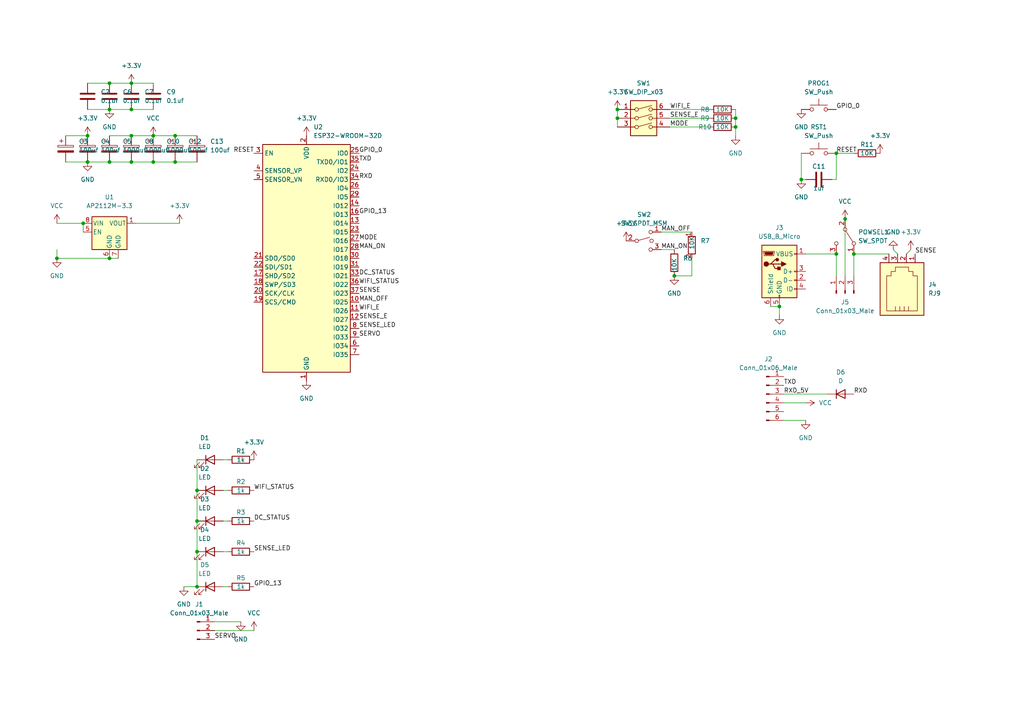
<source format=kicad_sch>
(kicad_sch (version 20211123) (generator eeschema)
  (paper "A4")
  (lib_symbols
    (symbol "Connector:Conn_01x03_Male" (pin_names (offset 1.016) hide)
      (property "Reference" "J" (at 0 5.08 0))
      (property "Value" "Conn_01x03_Male" (at 0 -5.08 0))
      (symbol "Conn_01x03_Male_1_1"
        (polyline (pts (xy 1.27 -2.54) (xy 0.8636 -2.54)) (stroke (width 0.1524)))
        (polyline (pts (xy 1.27 0) (xy 0.8636 0)) (stroke (width 0.1524)))
        (polyline (pts (xy 1.27 2.54) (xy 0.8636 2.54)) (stroke (width 0.1524)))
        (rectangle (start 0.8636 -2.413) (end 0 -2.667) (stroke (width 0.1524)) (fill (type outline)))
        (rectangle (start 0.8636 0.127) (end 0 -0.127) (stroke (width 0.1524)) (fill (type outline)))
        (rectangle (start 0.8636 2.667) (end 0 2.413) (stroke (width 0.1524)) (fill (type outline)))
        (pin passive line (at 5.08 2.54 180) (length 3.81) (name "Pin_1") (number "1"))
        (pin passive line (at 5.08 0 180) (length 3.81) (name "Pin_2") (number "2"))
        (pin passive line (at 5.08 -2.54 180) (length 3.81) (name "Pin_3") (number "3"))
      )
    )
    (symbol "Connector:Conn_01x06_Male" (pin_names (offset 1.016) hide)
      (property "Reference" "J" (at 0 7.62 0))
      (property "Value" "Conn_01x06_Male" (at 0 -10.16 0))
      (symbol "Conn_01x06_Male_1_1"
        (polyline (pts (xy 1.27 -7.62) (xy 0.8636 -7.62)) (stroke (width 0.1524)))
        (polyline (pts (xy 1.27 -5.08) (xy 0.8636 -5.08)) (stroke (width 0.1524)))
        (polyline (pts (xy 1.27 -2.54) (xy 0.8636 -2.54)) (stroke (width 0.1524)))
        (polyline (pts (xy 1.27 0) (xy 0.8636 0)) (stroke (width 0.1524)))
        (polyline (pts (xy 1.27 2.54) (xy 0.8636 2.54)) (stroke (width 0.1524)))
        (polyline (pts (xy 1.27 5.08) (xy 0.8636 5.08)) (stroke (width 0.1524)))
        (rectangle (start 0.8636 -7.493) (end 0 -7.747) (stroke (width 0.1524)) (fill (type outline)))
        (rectangle (start 0.8636 -4.953) (end 0 -5.207) (stroke (width 0.1524)) (fill (type outline)))
        (rectangle (start 0.8636 -2.413) (end 0 -2.667) (stroke (width 0.1524)) (fill (type outline)))
        (rectangle (start 0.8636 0.127) (end 0 -0.127) (stroke (width 0.1524)) (fill (type outline)))
        (rectangle (start 0.8636 2.667) (end 0 2.413) (stroke (width 0.1524)) (fill (type outline)))
        (rectangle (start 0.8636 5.207) (end 0 4.953) (stroke (width 0.1524)) (fill (type outline)))
        (pin passive line (at 5.08 5.08 180) (length 3.81) (name "Pin_1") (number "1"))
        (pin passive line (at 5.08 2.54 180) (length 3.81) (name "Pin_2") (number "2"))
        (pin passive line (at 5.08 0 180) (length 3.81) (name "Pin_3") (number "3"))
        (pin passive line (at 5.08 -2.54 180) (length 3.81) (name "Pin_4") (number "4"))
        (pin passive line (at 5.08 -5.08 180) (length 3.81) (name "Pin_5") (number "5"))
        (pin passive line (at 5.08 -7.62 180) (length 3.81) (name "Pin_6") (number "6"))
      )
    )
    (symbol "Connector:RJ9" (pin_names (offset 1.016))
      (property "Reference" "J" (at -5.08 8.89 0))
      (property "Value" "RJ9" (at 2.54 8.89 0))
      (symbol "RJ9_0_1"
        (polyline (pts (xy -6.35 -0.635) (xy -5.08 -0.635) (xy -5.08 -0.635)))
        (polyline (pts (xy -6.35 0.635) (xy -5.08 0.635) (xy -5.08 0.635)))
        (polyline (pts (xy -6.35 1.905) (xy -5.08 1.905) (xy -5.08 1.905)))
        (polyline (pts (xy -6.35 3.175) (xy -5.08 3.175) (xy -5.08 3.175)))
        (polyline (pts (xy -6.35 -3.175) (xy -6.35 5.715) (xy -1.27 5.715) (xy 3.81 5.715) (xy 3.81 4.445) (xy 5.08 4.445) (xy 5.08 3.175) (xy 6.35 3.175) (xy 6.35 -0.635) (xy 5.08 -0.635) (xy 5.08 -1.905) (xy 3.81 -1.905) (xy 3.81 -3.175) (xy -6.35 -3.175) (xy -6.35 -3.175)))
        (rectangle (start 7.62 7.62) (end -7.62 -5.08) (stroke (width 0.254)) (fill (type background)))
      )
      (symbol "RJ9_1_1"
        (pin passive line (at 10.16 -2.54 180) (length 2.54) (name "~") (number "1"))
        (pin passive line (at 10.16 0 180) (length 2.54) (name "~") (number "2"))
        (pin passive line (at 10.16 2.54 180) (length 2.54) (name "~") (number "3"))
        (pin passive line (at 10.16 5.08 180) (length 2.54) (name "~") (number "4"))
      )
    )
    (symbol "Connector:USB_B_Micro" (pin_names (offset 1.016))
      (property "Reference" "J" (at -5.08 11.43 0))
      (property "Value" "USB_B_Micro" (at -5.08 8.89 0))
      (symbol "USB_B_Micro_0_1"
        (rectangle (start -5.08 -7.62) (end 5.08 7.62) (stroke (width 0.254)) (fill (type background)))
        (circle (center -3.81 2.159) (radius 0.635) (stroke (width 0.254)) (fill (type outline)))
        (circle (center -0.635 3.429) (radius 0.381) (stroke (width 0.254)) (fill (type outline)))
        (rectangle (start -0.127 -7.62) (end 0.127 -6.858))
        (polyline (pts (xy -1.905 2.159) (xy 0.635 2.159)) (stroke (width 0.254)))
        (polyline (pts (xy -3.175 2.159) (xy -2.54 2.159) (xy -1.27 3.429) (xy -0.635 3.429)) (stroke (width 0.254)))
        (polyline (pts (xy -2.54 2.159) (xy -1.905 2.159) (xy -1.27 0.889) (xy 0 0.889)) (stroke (width 0.254)))
        (polyline (pts (xy 0.635 2.794) (xy 0.635 1.524) (xy 1.905 2.159) (xy 0.635 2.794)) (stroke (width 0.254)) (fill (type outline)))
        (polyline (pts (xy -4.318 5.588) (xy -1.778 5.588) (xy -2.032 4.826) (xy -4.064 4.826) (xy -4.318 5.588)) (fill (type outline)))
        (polyline (pts (xy -4.699 5.842) (xy -4.699 5.588) (xy -4.445 4.826) (xy -4.445 4.572) (xy -1.651 4.572) (xy -1.651 4.826) (xy -1.397 5.588) (xy -1.397 5.842) (xy -4.699 5.842)))
        (rectangle (start 0.254 1.27) (end -0.508 0.508) (stroke (width 0.254)) (fill (type outline)))
        (rectangle (start 5.08 -5.207) (end 4.318 -4.953))
        (rectangle (start 5.08 -2.667) (end 4.318 -2.413))
        (rectangle (start 5.08 -0.127) (end 4.318 0.127))
        (rectangle (start 5.08 4.953) (end 4.318 5.207))
      )
      (symbol "USB_B_Micro_1_1"
        (pin power_out line (at 7.62 5.08 180) (length 2.54) (name "VBUS") (number "1"))
        (pin bidirectional line (at 7.62 -2.54 180) (length 2.54) (name "D-") (number "2"))
        (pin bidirectional line (at 7.62 0 180) (length 2.54) (name "D+") (number "3"))
        (pin passive line (at 7.62 -5.08 180) (length 2.54) (name "ID") (number "4"))
        (pin power_out line (at 0 -10.16 90) (length 2.54) (name "GND") (number "5"))
        (pin passive line (at -2.54 -10.16 90) (length 2.54) (name "Shield") (number "6"))
      )
    )
    (symbol "Device:C" (pin_numbers hide) (pin_names (offset 0.254))
      (property "Reference" "C" (at 0.635 2.54 0))
      (property "Value" "C" (at 0.635 -2.54 0))
      (symbol "C_0_1"
        (polyline (pts (xy -2.032 -0.762) (xy 2.032 -0.762)) (stroke (width 0.508)))
        (polyline (pts (xy -2.032 0.762) (xy 2.032 0.762)) (stroke (width 0.508)))
      )
      (symbol "C_1_1"
        (pin passive line (at 0 3.81 270) (length 2.794) (name "~") (number "1"))
        (pin passive line (at 0 -3.81 90) (length 2.794) (name "~") (number "2"))
      )
    )
    (symbol "Device:C_Polarized" (pin_numbers hide) (pin_names (offset 0.254))
      (property "Reference" "C" (at 0.635 2.54 0))
      (property "Value" "C_Polarized" (at 0.635 -2.54 0))
      (symbol "C_Polarized_0_1"
        (rectangle (start -2.286 0.508) (end 2.286 1.016))
        (polyline (pts (xy -1.778 2.286) (xy -0.762 2.286)))
        (polyline (pts (xy -1.27 2.794) (xy -1.27 1.778)))
        (rectangle (start 2.286 -0.508) (end -2.286 -1.016) (fill (type outline)))
      )
      (symbol "C_Polarized_1_1"
        (pin passive line (at 0 3.81 270) (length 2.794) (name "~") (number "1"))
        (pin passive line (at 0 -3.81 90) (length 2.794) (name "~") (number "2"))
      )
    )
    (symbol "Device:D" (pin_numbers hide) (pin_names (offset 1.016) hide)
      (property "Reference" "D" (at 0 2.54 0))
      (property "Value" "D" (at 0 -2.54 0))
      (symbol "D_0_1"
        (polyline (pts (xy -1.27 1.27) (xy -1.27 -1.27)) (stroke (width 0.254)))
        (polyline (pts (xy 1.27 0) (xy -1.27 0)))
        (polyline (pts (xy 1.27 1.27) (xy 1.27 -1.27) (xy -1.27 0) (xy 1.27 1.27)) (stroke (width 0.254)))
      )
      (symbol "D_1_1"
        (pin passive line (at -3.81 0 0) (length 2.54) (name "K") (number "1"))
        (pin passive line (at 3.81 0 180) (length 2.54) (name "A") (number "2"))
      )
    )
    (symbol "Device:LED" (pin_numbers hide) (pin_names (offset 1.016) hide)
      (property "Reference" "D" (at 0 2.54 0))
      (property "Value" "LED" (at 0 -2.54 0))
      (symbol "LED_0_1"
        (polyline (pts (xy -1.27 -1.27) (xy -1.27 1.27)) (stroke (width 0.254)))
        (polyline (pts (xy -1.27 0) (xy 1.27 0)))
        (polyline (pts (xy 1.27 -1.27) (xy 1.27 1.27) (xy -1.27 0) (xy 1.27 -1.27)) (stroke (width 0.254)))
        (polyline (pts (xy -3.048 -0.762) (xy -4.572 -2.286) (xy -3.81 -2.286) (xy -4.572 -2.286) (xy -4.572 -1.524)))
        (polyline (pts (xy -1.778 -0.762) (xy -3.302 -2.286) (xy -2.54 -2.286) (xy -3.302 -2.286) (xy -3.302 -1.524)))
      )
      (symbol "LED_1_1"
        (pin passive line (at -3.81 0 0) (length 2.54) (name "K") (number "1"))
        (pin passive line (at 3.81 0 180) (length 2.54) (name "A") (number "2"))
      )
    )
    (symbol "Device:R" (pin_numbers hide) (pin_names (offset 0))
      (property "Reference" "R" (at 2.032 0 90))
      (property "Value" "R" (at 0 0 90))
      (symbol "R_0_1"
        (rectangle (start -1.016 -2.54) (end 1.016 2.54) (stroke (width 0.254)))
      )
      (symbol "R_1_1"
        (pin passive line (at 0 3.81 270) (length 1.27) (name "~") (number "1"))
        (pin passive line (at 0 -3.81 90) (length 1.27) (name "~") (number "2"))
      )
    )
    (symbol "RF_Module:ESP32-WROOM-32D"
      (property "Reference" "U" (at -12.7 34.29 0))
      (property "Value" "ESP32-WROOM-32D" (at 1.27 34.29 0))
      (symbol "ESP32-WROOM-32D_0_1"
        (rectangle (start -12.7 33.02) (end 12.7 -33.02) (stroke (width 0.254)) (fill (type background)))
      )
      (symbol "ESP32-WROOM-32D_1_1"
        (pin power_in line (at 0 -35.56 90) (length 2.54) (name "GND") (number "1"))
        (pin bidirectional line (at 15.24 -12.7 180) (length 2.54) (name "IO25") (number "10"))
        (pin bidirectional line (at 15.24 -15.24 180) (length 2.54) (name "IO26") (number "11"))
        (pin bidirectional line (at 15.24 -17.78 180) (length 2.54) (name "IO27") (number "12"))
        (pin bidirectional line (at 15.24 10.16 180) (length 2.54) (name "IO14") (number "13"))
        (pin bidirectional line (at 15.24 15.24 180) (length 2.54) (name "IO12") (number "14"))
        (pin passive line (at 0 -35.56 90) (length 2.54) hide (name "GND") (number "15"))
        (pin bidirectional line (at 15.24 12.7 180) (length 2.54) (name "IO13") (number "16"))
        (pin bidirectional line (at -15.24 -5.08 0) (length 2.54) (name "SHD/SD2") (number "17"))
        (pin bidirectional line (at -15.24 -7.62 0) (length 2.54) (name "SWP/SD3") (number "18"))
        (pin bidirectional line (at -15.24 -12.7 0) (length 2.54) (name "SCS/CMD") (number "19"))
        (pin power_in line (at 0 35.56 270) (length 2.54) (name "VDD") (number "2"))
        (pin bidirectional line (at -15.24 -10.16 0) (length 2.54) (name "SCK/CLK") (number "20"))
        (pin bidirectional line (at -15.24 0 0) (length 2.54) (name "SDO/SD0") (number "21"))
        (pin bidirectional line (at -15.24 -2.54 0) (length 2.54) (name "SDI/SD1") (number "22"))
        (pin bidirectional line (at 15.24 7.62 180) (length 2.54) (name "IO15") (number "23"))
        (pin bidirectional line (at 15.24 25.4 180) (length 2.54) (name "IO2") (number "24"))
        (pin bidirectional line (at 15.24 30.48 180) (length 2.54) (name "IO0") (number "25"))
        (pin bidirectional line (at 15.24 20.32 180) (length 2.54) (name "IO4") (number "26"))
        (pin bidirectional line (at 15.24 5.08 180) (length 2.54) (name "IO16") (number "27"))
        (pin bidirectional line (at 15.24 2.54 180) (length 2.54) (name "IO17") (number "28"))
        (pin bidirectional line (at 15.24 17.78 180) (length 2.54) (name "IO5") (number "29"))
        (pin input line (at -15.24 30.48 0) (length 2.54) (name "EN") (number "3"))
        (pin bidirectional line (at 15.24 0 180) (length 2.54) (name "IO18") (number "30"))
        (pin bidirectional line (at 15.24 -2.54 180) (length 2.54) (name "IO19") (number "31"))
        (pin no_connect line (at -12.7 -27.94 0) (length 2.54) hide (name "NC") (number "32"))
        (pin bidirectional line (at 15.24 -5.08 180) (length 2.54) (name "IO21") (number "33"))
        (pin bidirectional line (at 15.24 22.86 180) (length 2.54) (name "RXD0/IO3") (number "34"))
        (pin bidirectional line (at 15.24 27.94 180) (length 2.54) (name "TXD0/IO1") (number "35"))
        (pin bidirectional line (at 15.24 -7.62 180) (length 2.54) (name "IO22") (number "36"))
        (pin bidirectional line (at 15.24 -10.16 180) (length 2.54) (name "IO23") (number "37"))
        (pin passive line (at 0 -35.56 90) (length 2.54) hide (name "GND") (number "38"))
        (pin passive line (at 0 -35.56 90) (length 2.54) hide (name "GND") (number "39"))
        (pin input line (at -15.24 25.4 0) (length 2.54) (name "SENSOR_VP") (number "4"))
        (pin input line (at -15.24 22.86 0) (length 2.54) (name "SENSOR_VN") (number "5"))
        (pin input line (at 15.24 -25.4 180) (length 2.54) (name "IO34") (number "6"))
        (pin input line (at 15.24 -27.94 180) (length 2.54) (name "IO35") (number "7"))
        (pin bidirectional line (at 15.24 -20.32 180) (length 2.54) (name "IO32") (number "8"))
        (pin bidirectional line (at 15.24 -22.86 180) (length 2.54) (name "IO33") (number "9"))
      )
    )
    (symbol "R_1" (pin_names (offset 0))
      (property "Reference" "R" (at 2.032 0 90))
      (property "Value" "R_1" (at 0 0 90))
      (symbol "R_1_0_1"
        (rectangle (start -1.016 -2.54) (end 1.016 2.54) (stroke (width 0.254)))
      )
      (symbol "R_1_1_1"
        (pin passive line (at 0 3.81 270) (length 1.27) (name "~") (number "1"))
        (pin passive line (at 0 -3.81 90) (length 1.27) (name "~") (number "2"))
      )
    )
    (symbol "Regulator_Linear:AP2112K-3.3" (pin_names (offset 0.254))
      (property "Reference" "U?" (at 0 10.16 0))
      (property "Value" "AP2112M-3.3" (at 0 7.62 0))
      (symbol "AP2112K-3.3_0_1"
        (rectangle (start -5.08 4.445) (end 5.08 -5.08) (stroke (width 0.254)) (fill (type background)))
      )
      (symbol "AP2112K-3.3_1_1"
        (pin power_out line (at 7.62 2.54 180) (length 2.54) (name "VOUT") (number "1"))
        (pin no_connect line (at 5.08 0 180) (length 2.54) hide (name "NC") (number "4"))
        (pin input line (at -7.62 0 0) (length 2.54) (name "EN") (number "5"))
        (pin power_in line (at 0 -7.62 90) (length 2.54) (name "GND") (number "6"))
        (pin power_in line (at 2.54 -7.62 90) (length 2.54) (name "GND") (number "7"))
        (pin power_in line (at -7.62 2.54 0) (length 2.54) (name "VIN") (number "8"))
      )
    )
    (symbol "Switch:SW_DIP_x03" (pin_names (offset 0) hide)
      (property "Reference" "SW" (at 0 8.89 0))
      (property "Value" "SW_DIP_x03" (at 0 -3.81 0))
      (symbol "SW_DIP_x03_0_0"
        (circle (center -2.032 0) (radius 0.508))
        (circle (center -2.032 2.54) (radius 0.508))
        (circle (center -2.032 5.08) (radius 0.508))
        (polyline (pts (xy -1.524 0.127) (xy 2.3622 1.1684)))
        (polyline (pts (xy -1.524 2.667) (xy 2.3622 3.7084)))
        (polyline (pts (xy -1.524 5.207) (xy 2.3622 6.2484)))
        (circle (center 2.032 0) (radius 0.508))
        (circle (center 2.032 2.54) (radius 0.508))
        (circle (center 2.032 5.08) (radius 0.508))
      )
      (symbol "SW_DIP_x03_0_1"
        (rectangle (start -3.81 7.62) (end 3.81 -2.54) (stroke (width 0.254)) (fill (type background)))
      )
      (symbol "SW_DIP_x03_1_1"
        (pin passive line (at -7.62 5.08 0) (length 5.08) (name "~") (number "1"))
        (pin passive line (at -7.62 2.54 0) (length 5.08) (name "~") (number "2"))
        (pin passive line (at -7.62 0 0) (length 5.08) (name "~") (number "3"))
        (pin passive line (at 7.62 0 180) (length 5.08) (name "~") (number "4"))
        (pin passive line (at 7.62 2.54 180) (length 5.08) (name "~") (number "5"))
        (pin passive line (at 7.62 5.08 180) (length 5.08) (name "~") (number "6"))
      )
    )
    (symbol "Switch:SW_Push" (pin_numbers hide) (pin_names (offset 1.016) hide)
      (property "Reference" "SW" (at 1.27 2.54 0))
      (property "Value" "SW_Push" (at 0 -1.524 0))
      (symbol "SW_Push_0_1"
        (circle (center -2.032 0) (radius 0.508))
        (polyline (pts (xy 0 1.27) (xy 0 3.048)))
        (polyline (pts (xy 2.54 1.27) (xy -2.54 1.27)))
        (circle (center 2.032 0) (radius 0.508))
        (pin passive line (at -5.08 0 0) (length 2.54) (name "1") (number "1"))
        (pin passive line (at 5.08 0 180) (length 2.54) (name "2") (number "2"))
      )
    )
    (symbol "Switch:SW_SPDT" (pin_names (offset 0) hide)
      (property "Reference" "SW" (at 0 4.318 0))
      (property "Value" "SW_SPDT" (at 0 -5.08 0))
      (symbol "SW_SPDT_0_0"
        (circle (center -2.032 0) (radius 0.508))
        (circle (center 2.032 -2.54) (radius 0.508))
      )
      (symbol "SW_SPDT_0_1"
        (polyline (pts (xy -1.524 0.254) (xy 1.651 2.286)))
        (circle (center 2.032 2.54) (radius 0.508))
      )
      (symbol "SW_SPDT_1_1"
        (pin passive line (at 5.08 2.54 180) (length 2.54) (name "A") (number "1"))
        (pin passive line (at -5.08 0 0) (length 2.54) (name "B") (number "2"))
        (pin passive line (at 5.08 -2.54 180) (length 2.54) (name "C") (number "3"))
      )
    )
    (symbol "Switch:SW_SPDT_MSM" (pin_names (offset 0) hide)
      (property "Reference" "SW" (at 0 5.08 0))
      (property "Value" "SW_SPDT_MSM" (at 0 -5.08 0))
      (symbol "SW_SPDT_MSM_0_0"
        (circle (center -2.032 0) (radius 0.508))
        (polyline (pts (xy -1.524 0.127) (xy 1.778 1.016)))
        (circle (center 2.032 -2.54) (radius 0.508))
      )
      (symbol "SW_SPDT_MSM_0_1"
        (circle (center 2.032 2.54) (radius 0.508))
        (circle (center 2.286 0) (radius 0.508))
      )
      (symbol "SW_SPDT_MSM_1_1"
        (pin passive line (at 5.08 2.54 180) (length 2.54) (name "1") (number "1"))
        (pin passive line (at -5.08 0 0) (length 2.54) (name "2") (number "2"))
        (pin passive line (at 5.08 -2.54 180) (length 2.54) (name "3") (number "3"))
      )
    )
    (symbol "power:+3.3V" (power) (pin_names (offset 0))
      (property "Value" "+3.3V" (at 0 3.556 0))
      (symbol "+3.3V_0_1"
        (polyline (pts (xy -0.762 1.27) (xy 0 2.54)))
        (polyline (pts (xy 0 0) (xy 0 2.54)))
        (polyline (pts (xy 0 2.54) (xy 0.762 1.27)))
      )
      (symbol "+3.3V_1_1"
        (pin power_in line (at 0 0 90) (length 0) hide (name "+3.3V") (number "1"))
      )
    )
    (symbol "power:GND" (power) (pin_names (offset 0))
      (property "Value" "GND" (at 0 -3.81 0))
      (symbol "GND_0_1"
        (polyline (pts (xy 0 0) (xy 0 -1.27) (xy 1.27 -1.27) (xy 0 -2.54) (xy -1.27 -1.27) (xy 0 -1.27)))
      )
      (symbol "GND_1_1"
        (pin power_in line (at 0 0 270) (length 0) hide (name "GND") (number "1"))
      )
    )
    (symbol "power:VCC" (power) (pin_names (offset 0))
      (property "Value" "VCC" (at 0 3.81 0))
      (symbol "VCC_0_1"
        (polyline (pts (xy -0.762 1.27) (xy 0 2.54)))
        (polyline (pts (xy 0 0) (xy 0 2.54)))
        (polyline (pts (xy 0 2.54) (xy 0.762 1.27)))
      )
      (symbol "VCC_1_1"
        (pin power_in line (at 0 0 90) (length 0) hide (name "VCC") (number "1"))
      )
    )
  )
  (junction (at 31.75 31.75))
  (junction (at 57.15 142.24))
  (junction (at 50.8 39.37))
  (junction (at 57.15 151.13))
  (junction (at 31.75 24.13))
  (junction (at 245.11 63.5))
  (junction (at 195.58 80.01))
  (junction (at 24.13 64.77))
  (junction (at 57.15 170.18))
  (junction (at 25.4 39.37))
  (junction (at 38.1 31.75))
  (junction (at 44.45 46.99))
  (junction (at 247.65 73.66))
  (junction (at 31.75 46.99))
  (junction (at 232.41 52.07))
  (junction (at 38.1 46.99))
  (junction (at 31.75 74.93))
  (junction (at 242.57 73.66))
  (junction (at 179.07 34.29))
  (junction (at 213.36 36.83))
  (junction (at 38.1 39.37))
  (junction (at 213.36 34.29))
  (junction (at 44.45 39.37))
  (junction (at 50.8 46.99))
  (junction (at 38.1 24.13))
  (junction (at 226.06 88.9))
  (junction (at 242.57 44.45))
  (junction (at 57.15 160.02))
  (junction (at 25.4 46.99))
  (junction (at 179.07 31.75))
  (junction (at 16.51 74.93))
  (wire (pts (xy 38.1 39.37) (xy 44.45 39.37)))
  (wire (pts (xy 223.52 88.9) (xy 226.06 88.9)))
  (wire (pts (xy 25.4 46.99) (xy 31.75 46.99)))
  (wire (pts (xy 264.16 72.39) (xy 262.89 73.66)))
  (wire (pts (xy 247.65 73.66) (xy 257.81 73.66)))
  (wire (pts (xy 191.77 72.39) (xy 195.58 72.39)))
  (wire (pts (xy 19.05 46.99) (xy 25.4 46.99)))
  (wire (pts (xy 25.4 31.75) (xy 31.75 31.75)))
  (wire (pts (xy 64.77 170.18) (xy 66.04 170.18)))
  (wire (pts (xy 227.33 121.92) (xy 233.68 121.92)))
  (wire (pts (xy 44.45 39.37) (xy 50.8 39.37)))
  (wire (pts (xy 38.1 24.13) (xy 44.45 24.13)))
  (wire (pts (xy 64.77 133.35) (xy 66.04 133.35)))
  (wire (pts (xy 179.07 34.29) (xy 179.07 36.83)))
  (wire (pts (xy 25.4 24.13) (xy 31.75 24.13)))
  (wire (pts (xy 245.11 63.5) (xy 245.11 80.01)))
  (wire (pts (xy 16.51 64.77) (xy 24.13 64.77)))
  (wire (pts (xy 31.75 39.37) (xy 38.1 39.37)))
  (wire (pts (xy 24.13 64.77) (xy 24.13 67.31)))
  (wire (pts (xy 195.58 80.01) (xy 200.66 80.01)))
  (wire (pts (xy 31.75 46.99) (xy 38.1 46.99)))
  (wire (pts (xy 232.41 44.45) (xy 232.41 52.07)))
  (wire (pts (xy 64.77 160.02) (xy 66.04 160.02)))
  (wire (pts (xy 213.36 34.29) (xy 213.36 36.83)))
  (wire (pts (xy 194.31 31.75) (xy 205.74 31.75)))
  (wire (pts (xy 232.41 52.07) (xy 233.68 52.07)))
  (wire (pts (xy 227.33 116.84) (xy 233.68 116.84)))
  (wire (pts (xy 16.51 72.39) (xy 16.51 74.93)))
  (wire (pts (xy 62.23 180.34) (xy 69.85 180.34)))
  (wire (pts (xy 227.33 114.3) (xy 240.03 114.3)))
  (wire (pts (xy 213.36 36.83) (xy 213.36 39.37)))
  (wire (pts (xy 57.15 133.35) (xy 57.15 142.24)))
  (wire (pts (xy 62.23 182.88) (xy 73.66 182.88)))
  (wire (pts (xy 57.15 142.24) (xy 57.15 151.13)))
  (wire (pts (xy 57.15 151.13) (xy 57.15 160.02)))
  (wire (pts (xy 16.51 74.93) (xy 31.75 74.93)))
  (wire (pts (xy 39.37 64.77) (xy 52.07 64.77)))
  (wire (pts (xy 194.31 34.29) (xy 205.74 34.29)))
  (wire (pts (xy 53.34 170.18) (xy 57.15 170.18)))
  (wire (pts (xy 57.15 160.02) (xy 57.15 170.18)))
  (wire (pts (xy 242.57 44.45) (xy 247.65 44.45)))
  (wire (pts (xy 64.77 151.13) (xy 66.04 151.13)))
  (wire (pts (xy 44.45 46.99) (xy 50.8 46.99)))
  (wire (pts (xy 31.75 31.75) (xy 38.1 31.75)))
  (wire (pts (xy 64.77 142.24) (xy 66.04 142.24)))
  (wire (pts (xy 38.1 31.75) (xy 44.45 31.75)))
  (wire (pts (xy 50.8 46.99) (xy 57.15 46.99)))
  (wire (pts (xy 191.77 67.31) (xy 200.66 67.31)))
  (wire (pts (xy 200.66 80.01) (xy 200.66 74.93)))
  (wire (pts (xy 194.31 36.83) (xy 205.74 36.83)))
  (wire (pts (xy 233.68 73.66) (xy 242.57 73.66)))
  (wire (pts (xy 226.06 88.9) (xy 226.06 91.44)))
  (wire (pts (xy 213.36 31.75) (xy 213.36 34.29)))
  (wire (pts (xy 247.65 73.66) (xy 247.65 80.01)))
  (wire (pts (xy 50.8 39.37) (xy 57.15 39.37)))
  (wire (pts (xy 31.75 24.13) (xy 38.1 24.13)))
  (wire (pts (xy 259.08 72.39) (xy 260.35 73.66)))
  (wire (pts (xy 38.1 46.99) (xy 44.45 46.99)))
  (wire (pts (xy 242.57 73.66) (xy 242.57 80.01)))
  (wire (pts (xy 179.07 31.75) (xy 179.07 34.29)))
  (wire (pts (xy 242.57 52.07) (xy 242.57 44.45)))
  (wire (pts (xy 31.75 74.93) (xy 34.29 74.93)))
  (wire (pts (xy 19.05 39.37) (xy 25.4 39.37)))
  (wire (pts (xy 241.3 52.07) (xy 242.57 52.07)))
  (label "RESET" (at 242.57 44.45 0))
  (label "GPIO_13" (at 73.66 170.18 0))
  (label "SENSE_E" (at 104.14 92.71 0))
  (label "MODE" (at 194.31 36.83 0))
  (label "TXD" (at 104.14 46.99 0))
  (label "WIFI_E" (at 194.31 31.75 0))
  (label "WIFI_STATUS" (at 104.14 82.55 0))
  (label "GPIO_0" (at 242.57 31.75 0))
  (label "TXD" (at 227.33 111.76 0))
  (label "RXD" (at 247.65 114.3 0))
  (label "SENSE_E" (at 194.31 34.29 0))
  (label "SERVO" (at 104.14 97.79 0))
  (label "RESET" (at 73.66 44.45 180))
  (label "RXD_5V" (at 227.33 114.3 0))
  (label "SENSE" (at 104.14 85.09 0))
  (label "MAN_OFF" (at 191.77 67.31 0))
  (label "WIFI_STATUS" (at 73.66 142.24 0))
  (label "SENSE" (at 265.43 73.66 0))
  (label "MODE" (at 104.14 69.85 0))
  (label "GPIO_0" (at 104.14 44.45 0))
  (label "DC_STATUS" (at 104.14 80.01 0))
  (label "GPIO_13" (at 104.14 62.23 0))
  (label "MAN_ON" (at 191.77 72.39 0))
  (label "MAN_ON" (at 104.14 72.39 0))
  (label "SENSE_LED" (at 73.66 160.02 0))
  (label "MAN_OFF" (at 104.14 87.63 0))
  (label "WIFI_E" (at 104.14 90.17 0))
  (label "SENSE_LED" (at 104.14 95.25 0))
  (label "RXD" (at 104.14 52.07 0))
  (label "DC_STATUS" (at 73.66 151.13 0))
  (label "SERVO" (at 62.23 185.42 0))
  (symbol (lib_id "power:GND") (at 31.75 31.75 0) (unit 1)
    (property "Reference" "#PWR0109" (effects hide))
    (property "Value" "GND" (at 31.75 36.83 0))
  )
  (symbol (lib_id "Device:C") (at 25.4 27.94 0) (unit 1)
    (property "Reference" "C2" (at 29.21 26.6699 0) (effects (justify left)))
    (property "Value" "0.1uf" (at 29.21 29.2099 0) (effects (justify left)))
    (property "Footprint" "Capacitor_SMD:C_1206_3216Metric_Pad1.33x1.80mm_HandSolder" (effects hide))
  )
  (symbol (lib_id "Device:R") (at 251.46 44.45 90) (unit 1)
    (property "Reference" "R11" (at 251.46 41.91 90))
    (property "Value" "10K" (at 251.46 44.45 90))
    (property "Footprint" "Resistor_SMD:R_1206_3216Metric_Pad1.30x1.75mm_HandSolder" (effects hide))
  )
  (symbol (lib_id "Device:LED") (at 60.96 170.18 0) (unit 1)
    (property "Reference" "D5" (at 59.3725 163.83 0))
    (property "Value" "LED" (at 59.3725 166.37 0))
    (property "Footprint" "LED_SMD:LED_1206_3216Metric_Pad1.42x1.75mm_HandSolder" (effects hide))
  )
  (symbol (lib_id "Switch:SW_Push") (at 237.49 31.75 0) (unit 1)
    (property "Reference" "PROG1" (at 237.49 24.13 0))
    (property "Value" "SW_Push" (at 237.49 26.67 0))
    (property "Footprint" "projectLib:pb" (effects hide))
  )
  (symbol (lib_id "power:GND") (at 213.36 39.37 0) (unit 1)
    (property "Reference" "#PWR0107" (effects hide))
    (property "Value" "GND" (at 213.36 44.45 0))
  )
  (symbol (lib_id "Device:C") (at 38.1 27.94 0) (unit 1)
    (property "Reference" "C7" (at 41.91 26.6699 0) (effects (justify left)))
    (property "Value" "0.1uf" (at 41.91 29.2099 0) (effects (justify left)))
    (property "Footprint" "Capacitor_SMD:C_1206_3216Metric_Pad1.33x1.80mm_HandSolder" (effects hide))
  )
  (symbol (lib_id "power:GND") (at 232.41 52.07 0) (unit 1)
    (property "Reference" "#PWR0117" (effects hide))
    (property "Value" "GND" (at 232.41 57.15 0))
  )
  (symbol (lib_id "Device:C_Polarized") (at 44.45 43.18 0) (unit 1)
    (property "Reference" "C10" (at 48.26 41.0209 0) (effects (justify left)))
    (property "Value" "1000uf" (at 48.26 43.5609 0) (effects (justify left)))
    (property "Footprint" "Capacitor_THT:CP_Radial_D12.5mm_P5.00mm" (effects hide))
  )
  (symbol (lib_id "power:GND") (at 53.34 170.18 0) (unit 1)
    (property "Reference" "#PWR0125" (effects hide))
    (property "Value" "GND" (at 53.34 175.26 0))
  )
  (symbol (lib_id "power:+3.3V") (at 255.27 44.45 0) (unit 1)
    (property "Reference" "#PWR0122" (effects hide))
    (property "Value" "+3.3V" (at 255.27 39.37 0))
  )
  (symbol (lib_id "power:GND") (at 195.58 80.01 0) (unit 1)
    (property "Reference" "#PWR0105" (effects hide))
    (property "Value" "GND" (at 195.58 85.09 0))
  )
  (symbol (lib_id "power:VCC") (at 73.66 182.88 0) (unit 1)
    (property "Reference" "#PWR0126" (effects hide))
    (property "Value" "VCC" (at 73.66 177.8 0))
  )
  (symbol (lib_id "power:+3.3V") (at 38.1 24.13 0) (unit 1)
    (property "Reference" "#PWR0115" (effects hide))
    (property "Value" "+3.3V" (at 38.1 19.05 0))
  )
  (symbol (lib_id "power:+3.3V") (at 88.9 39.37 0) (unit 1)
    (property "Reference" "#PWR0103" (effects hide))
    (property "Value" "+3.3V" (at 88.9 34.29 0))
  )
  (symbol (lib_id "Device:R") (at 69.85 170.18 90) (unit 1)
    (property "Reference" "R5" (at 69.85 167.64 90))
    (property "Value" "1k" (at 69.85 170.18 90))
    (property "Footprint" "Resistor_SMD:R_1206_3216Metric_Pad1.30x1.75mm_HandSolder" (effects hide))
  )
  (symbol (lib_id "power:VCC") (at 233.68 116.84 270) (unit 1)
    (property "Reference" "#PWR0124" (effects hide))
    (property "Value" "VCC" (at 237.49 116.8399 90) (effects (justify left)))
  )
  (symbol (lib_id "Device:R") (at 209.55 34.29 90) (unit 1)
    (property "Reference" "R9" (at 204.47 34.29 90))
    (property "Value" "10K" (at 209.55 34.29 90))
    (property "Footprint" "Resistor_SMD:R_1206_3216Metric_Pad1.30x1.75mm_HandSolder" (effects hide))
  )
  (symbol (lib_id "power:GND") (at 233.68 121.92 0) (unit 1)
    (property "Reference" "#PWR0123" (effects hide))
    (property "Value" "GND" (at 233.68 127 0))
  )
  (symbol (lib_id "Device:C_Polarized") (at 50.8 43.18 0) (unit 1)
    (property "Reference" "C12" (at 54.61 41.0209 0) (effects (justify left)))
    (property "Value" "100uf" (at 54.61 43.5609 0) (effects (justify left)))
    (property "Footprint" "Capacitor_THT:CP_Radial_D5.0mm_P2.50mm" (effects hide))
  )
  (symbol (lib_id "Connector:Conn_01x06_Male") (at 222.25 114.3 0) (unit 1)
    (property "Reference" "J2" (at 222.885 104.14 0))
    (property "Value" "Conn_01x06_Male" (at 222.885 106.68 0))
    (property "Footprint" "00_Adams_footprints:PinHeader_1x06, .1in Lock" (effects hide))
  )
  (symbol (lib_id "Device:R") (at 69.85 151.13 90) (unit 1)
    (property "Reference" "R3" (at 69.85 148.59 90))
    (property "Value" "1k" (at 69.85 151.13 90))
    (property "Footprint" "Resistor_SMD:R_1206_3216Metric_Pad1.30x1.75mm_HandSolder" (effects hide))
  )
  (symbol (lib_id "power:+3.3V") (at 264.16 72.39 0) (unit 1)
    (property "Reference" "#PWR0120" (effects hide))
    (property "Value" "+3.3V" (at 264.16 67.31 0))
  )
  (symbol (lib_id "Device:LED") (at 60.96 151.13 0) (unit 1)
    (property "Reference" "D3" (at 59.3725 144.78 0))
    (property "Value" "LED" (at 59.3725 147.32 0))
    (property "Footprint" "LED_SMD:LED_1206_3216Metric_Pad1.42x1.75mm_HandSolder" (effects hide))
  )
  (symbol (lib_id "Device:C_Polarized") (at 38.1 43.18 0) (unit 1)
    (property "Reference" "C8" (at 41.91 41.0209 0) (effects (justify left)))
    (property "Value" "1000uf" (at 41.91 43.5609 0) (effects (justify left)))
    (property "Footprint" "Capacitor_THT:CP_Radial_D12.5mm_P5.00mm" (effects hide))
  )
  (symbol (lib_id "power:GND") (at 259.08 72.39 180) (unit 1)
    (property "Reference" "#PWR0121" (effects hide))
    (property "Value" "GND" (at 259.08 67.31 0))
  )
  (symbol (lib_id "power:GND") (at 69.85 180.34 0) (unit 1)
    (property "Reference" "#PWR0127" (effects hide))
    (property "Value" "GND" (at 69.85 185.42 0))
  )
  (symbol (lib_id "Device:D") (at 243.84 114.3 0) (unit 1)
    (property "Reference" "D6" (at 243.84 107.95 0))
    (property "Value" "D" (at 243.84 110.49 0))
    (property "Footprint" "Diode_THT:D_DO-41_SOD81_P7.62mm_Horizontal" (effects hide))
  )
  (symbol (lib_id "Connector:Conn_01x03_Male") (at 245.11 85.09 90) (unit 1)
    (property "Reference" "J5" (at 245.11 87.63 90))
    (property "Value" "Conn_01x03_Male" (at 245.11 90.17 90))
    (property "Footprint" "00_Adams_footprints:PinHeader_1x03_0.1in lock" (effects hide))
  )
  (symbol (lib_id "power:VCC") (at 245.11 63.5 0) (unit 1)
    (property "Reference" "#PWR0116" (effects hide))
    (property "Value" "VCC" (at 245.11 58.42 0))
  )
  (symbol (lib_id "Device:C_Polarized") (at 25.4 43.18 0) (unit 1)
    (property "Reference" "C4" (at 29.21 41.0209 0) (effects (justify left)))
    (property "Value" "100uf" (at 29.21 43.5609 0) (effects (justify left)))
    (property "Footprint" "Capacitor_THT:CP_Radial_D5.0mm_P2.50mm" (effects hide))
  )
  (symbol (lib_id "Device:R") (at 209.55 36.83 90) (unit 1)
    (property "Reference" "R10" (at 204.47 36.83 90))
    (property "Value" "10K" (at 209.55 36.83 90))
    (property "Footprint" "Resistor_SMD:R_1206_3216Metric_Pad1.30x1.75mm_HandSolder" (effects hide))
  )
  (symbol (lib_name "R_1") (lib_id "Device:R") (at 200.66 71.12 0) (unit 1)
    (property "Reference" "R7" (at 203.2 69.8499 0) (effects (justify left)))
    (property "Value" "10K" (at 200.66 72.39 90) (effects (justify left)))
    (property "Footprint" "Resistor_SMD:R_1206_3216Metric_Pad1.30x1.75mm_HandSolder" (effects hide))
  )
  (symbol (lib_id "RF_Module:ESP32-WROOM-32D") (at 88.9 74.93 0) (unit 1)
    (property "Reference" "U2" (at 90.9194 36.83 0) (effects (justify left)))
    (property "Value" "ESP32-WROOM-32D" (at 90.9194 39.37 0) (effects (justify left)))
    (property "Footprint" "00_Adams_footprints:ESP32-WROOM-32" (effects hide))
    (property "Datasheet" "https://www.espressif.com/sites/default/files/documentation/esp32-wroom-32d_esp32-wroom-32u_datasheet_en.pdf" (effects hide))
  )
  (symbol (lib_id "Device:R") (at 69.85 133.35 90) (unit 1)
    (property "Reference" "R1" (at 69.85 130.81 90))
    (property "Value" "1k" (at 69.85 133.35 90))
    (property "Footprint" "Resistor_SMD:R_1206_3216Metric_Pad1.30x1.75mm_HandSolder" (effects hide))
  )
  (symbol (lib_id "Switch:SW_Push") (at 237.49 44.45 0) (unit 1)
    (property "Reference" "RST1" (at 237.49 36.83 0))
    (property "Value" "SW_Push" (at 237.49 39.37 0))
    (property "Footprint" "projectLib:pb" (effects hide))
  )
  (symbol (lib_id "Device:C_Polarized") (at 31.75 43.18 0) (unit 1)
    (property "Reference" "C5" (at 35.56 41.0209 0) (effects (justify left)))
    (property "Value" "1000uf" (at 35.56 43.5609 0) (effects (justify left)))
    (property "Footprint" "Capacitor_THT:CP_Radial_D12.5mm_P5.00mm" (effects hide))
  )
  (symbol (lib_id "Device:C") (at 44.45 27.94 0) (unit 1)
    (property "Reference" "C9" (at 48.26 26.6699 0) (effects (justify left)))
    (property "Value" "0.1uf" (at 48.26 29.2099 0) (effects (justify left)))
    (property "Footprint" "Capacitor_SMD:C_1206_3216Metric_Pad1.33x1.80mm_HandSolder" (effects hide))
  )
  (symbol (lib_id "Connector:USB_B_Micro") (at 226.06 78.74 0) (unit 1)
    (property "Reference" "J3" (at 226.06 66.04 0))
    (property "Value" "USB_B_Micro" (at 226.06 68.58 0))
    (property "Footprint" "projectLib:usb" (effects hide))
  )
  (symbol (lib_id "power:GND") (at 88.9 110.49 0) (unit 1)
    (property "Reference" "#PWR0102" (effects hide))
    (property "Value" "GND" (at 88.9 115.57 0))
  )
  (symbol (lib_id "power:VCC") (at 16.51 64.77 0) (unit 1)
    (property "Reference" "#PWR0112" (effects hide))
    (property "Value" "VCC" (at 16.51 59.69 0))
  )
  (symbol (lib_id "power:GND") (at 25.4 46.99 0) (unit 1)
    (property "Reference" "#PWR0114" (effects hide))
    (property "Value" "GND" (at 25.4 52.07 0))
  )
  (symbol (lib_id "Device:R") (at 195.58 76.2 0) (unit 1)
    (property "Reference" "R6" (at 198.12 74.9299 0) (effects (justify left)))
    (property "Value" "10K" (at 195.58 78.74 90) (effects (justify left)))
    (property "Footprint" "Resistor_SMD:R_1206_3216Metric_Pad1.30x1.75mm_HandSolder" (effects hide))
  )
  (symbol (lib_id "Device:C") (at 237.49 52.07 90) (unit 1)
    (property "Reference" "C11" (at 237.49 48.26 90))
    (property "Value" "1uf" (at 237.49 54.61 90))
    (property "Footprint" "Capacitor_SMD:C_1206_3216Metric_Pad1.33x1.80mm_HandSolder" (effects hide))
  )
  (symbol (lib_id "power:+3.3V") (at 73.66 133.35 0) (unit 1)
    (property "Reference" "#PWR0101" (effects hide))
    (property "Value" "+3.3V" (at 73.66 128.27 0))
  )
  (symbol (lib_id "power:VCC") (at 44.45 39.37 0) (unit 1)
    (property "Reference" "#PWR0111" (effects hide))
    (property "Value" "VCC" (at 44.45 34.29 0))
  )
  (symbol (lib_id "power:+3.3V") (at 181.61 69.85 0) (unit 1)
    (property "Reference" "#PWR0108" (effects hide))
    (property "Value" "+3.3V" (at 181.61 64.77 0))
  )
  (symbol (lib_id "Device:R") (at 69.85 160.02 90) (unit 1)
    (property "Reference" "R4" (at 69.85 157.48 90))
    (property "Value" "1k" (at 69.85 160.02 90))
    (property "Footprint" "Resistor_SMD:R_1206_3216Metric_Pad1.30x1.75mm_HandSolder" (effects hide))
  )
  (symbol (lib_id "Device:LED") (at 60.96 142.24 0) (unit 1)
    (property "Reference" "D2" (at 59.3725 135.89 0))
    (property "Value" "LED" (at 59.3725 138.43 0))
    (property "Footprint" "LED_SMD:LED_1206_3216Metric_Pad1.42x1.75mm_HandSolder" (effects hide))
  )
  (symbol (lib_id "Connector:Conn_01x03_Male") (at 57.15 182.88 0) (unit 1)
    (property "Reference" "J1" (at 57.785 175.26 0))
    (property "Value" "Conn_01x03_Male" (at 57.785 177.8 0))
    (property "Footprint" "00_Adams_footprints:PinHeader_1x03_0.1in lock" (effects hide))
  )
  (symbol (lib_id "Switch:SW_SPDT_MSM") (at 186.69 69.85 0) (unit 1)
    (property "Reference" "SW2" (at 186.817 62.23 0))
    (property "Value" "SW_SPDT_MSM" (at 186.817 64.77 0))
    (property "Footprint" "Button_Switch_THT:SW_Slide_1P2T_CK_OS102011MS2Q" (effects hide))
  )
  (symbol (lib_id "power:+3.3V") (at 179.07 31.75 0) (unit 1)
    (property "Reference" "#PWR0106" (effects hide))
    (property "Value" "+3.3V" (at 179.07 26.67 0))
  )
  (symbol (lib_id "Device:C") (at 31.75 27.94 0) (unit 1)
    (property "Reference" "C6" (at 35.56 26.6699 0) (effects (justify left)))
    (property "Value" "0.1uf" (at 35.56 29.2099 0) (effects (justify left)))
    (property "Footprint" "Capacitor_SMD:C_1206_3216Metric_Pad1.33x1.80mm_HandSolder" (effects hide))
  )
  (symbol (lib_id "Connector:RJ9") (at 262.89 83.82 90) (unit 1)
    (property "Reference" "J4" (at 269.24 82.5499 90) (effects (justify right)))
    (property "Value" "RJ9" (at 269.24 85.0899 90) (effects (justify right)))
    (property "Footprint" "projectLib:modjack" (effects hide))
  )
  (symbol (lib_id "power:GND") (at 232.41 31.75 0) (unit 1)
    (property "Reference" "#PWR0119" (effects hide))
    (property "Value" "GND" (at 232.41 36.83 0))
  )
  (symbol (lib_id "Device:LED") (at 60.96 160.02 0) (unit 1)
    (property "Reference" "D4" (at 59.3725 153.67 0))
    (property "Value" "LED" (at 59.3725 156.21 0))
    (property "Footprint" "LED_SMD:LED_1206_3216Metric_Pad1.42x1.75mm_HandSolder" (effects hide))
  )
  (symbol (lib_id "Device:C_Polarized") (at 19.05 43.18 0) (unit 1)
    (property "Reference" "C3" (at 22.86 41.0209 0) (effects (justify left)))
    (property "Value" "100uf" (at 22.86 43.5609 0) (effects (justify left)))
    (property "Footprint" "Capacitor_THT:CP_Radial_D5.0mm_P2.50mm" (effects hide))
  )
  (symbol (lib_id "Device:LED") (at 60.96 133.35 0) (unit 1)
    (property "Reference" "D1" (at 59.3725 127 0))
    (property "Value" "LED" (at 59.3725 129.54 0))
    (property "Footprint" "LED_SMD:LED_1206_3216Metric_Pad1.42x1.75mm_HandSolder" (effects hide))
  )
  (symbol (lib_id "power:+3.3V") (at 25.4 39.37 0) (unit 1)
    (property "Reference" "#PWR0110" (effects hide))
    (property "Value" "+3.3V" (at 25.4 34.29 0))
  )
  (symbol (lib_id "power:GND") (at 226.06 91.44 0) (unit 1)
    (property "Reference" "#PWR0118" (effects hide))
    (property "Value" "GND" (at 226.06 96.52 0))
  )
  (symbol (lib_id "Switch:SW_DIP_x03") (at 186.69 36.83 0) (unit 1)
    (property "Reference" "SW1" (at 186.69 24.13 0))
    (property "Value" "SW_DIP_x03" (at 186.69 26.67 0))
    (property "Footprint" "Button_Switch_THT:SW_DIP_SPSTx03_Slide_6.7x9.18mm_W7.62mm_P2.54mm_LowProfile" (effects hide))
  )
  (symbol (lib_id "Regulator_Linear:AP2112K-3.3") (at 31.75 67.31 0) (unit 1)
    (property "Reference" "U1" (at 31.75 57.15 0))
    (property "Value" "AP2112M-3.3" (at 31.75 59.69 0))
    (property "Footprint" "Package_SO:Diodes_SO-8EP" (effects hide))
    (property "Datasheet" "https://www.diodes.com/assets/Datasheets/AP2112.pdf" (effects hide))
  )
  (symbol (lib_id "power:GND") (at 16.51 74.93 0) (unit 1)
    (property "Reference" "#PWR0113" (effects hide))
    (property "Value" "GND" (at 16.51 80.01 0))
  )
  (symbol (lib_id "Device:C_Polarized") (at 57.15 43.18 0) (unit 1)
    (property "Reference" "C13" (at 60.96 41.0209 0) (effects (justify left)))
    (property "Value" "100uf" (at 60.96 43.5609 0) (effects (justify left)))
    (property "Footprint" "Capacitor_THT:CP_Radial_D5.0mm_P2.50mm" (effects hide))
  )
  (symbol (lib_id "power:+3.3V") (at 52.07 64.77 0) (unit 1)
    (property "Reference" "#PWR0104" (effects hide))
    (property "Value" "+3.3V" (at 52.07 59.69 0))
  )
  (symbol (lib_id "Device:R") (at 209.55 31.75 90) (unit 1)
    (property "Reference" "R8" (at 204.47 31.75 90))
    (property "Value" "10K" (at 209.55 31.75 90))
    (property "Footprint" "Resistor_SMD:R_1206_3216Metric_Pad1.30x1.75mm_HandSolder" (effects hide))
  )
  (symbol (lib_id "Device:R") (at 69.85 142.24 90) (unit 1)
    (property "Reference" "R2" (at 69.85 139.7 90))
    (property "Value" "1k" (at 69.85 142.24 90))
    (property "Footprint" "Resistor_SMD:R_1206_3216Metric_Pad1.30x1.75mm_HandSolder" (effects hide))
  )
  (symbol (lib_id "Switch:SW_SPDT") (at 245.11 68.58 270) (unit 1)
    (property "Reference" "POWSEL1" (at 248.92 67.3099 90) (effects (justify left)))
    (property "Value" "SW_SPDT" (at 248.92 69.8499 90) (effects (justify left)))
    (property "Footprint" "projectLib:EG1224" (effects hide))
  )
)
</source>
